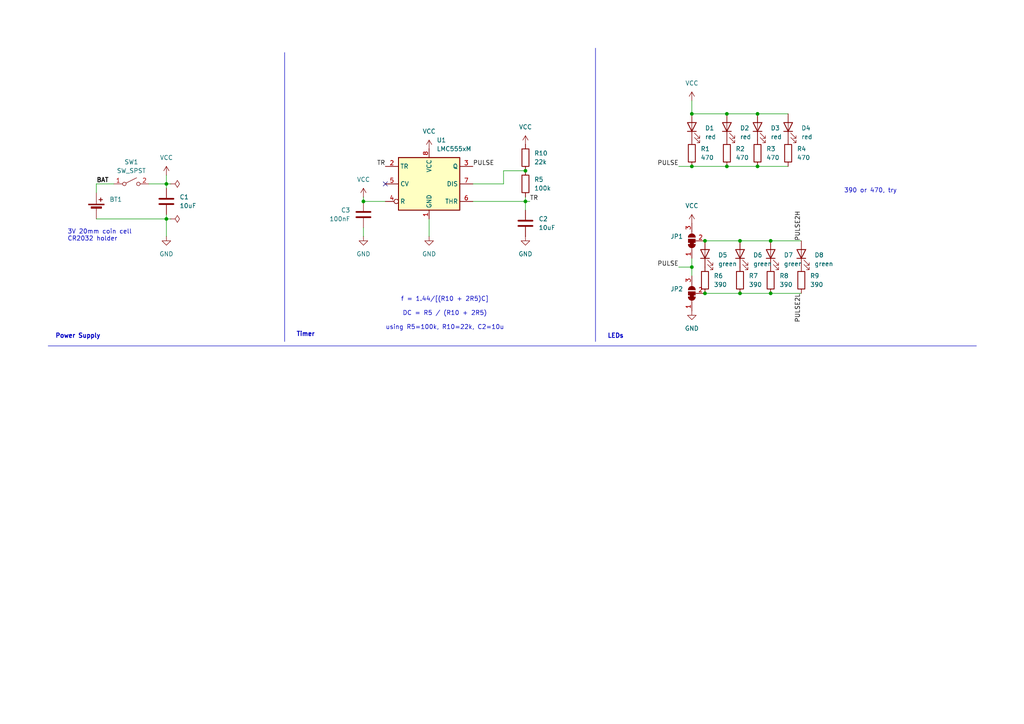
<source format=kicad_sch>
(kicad_sch (version 20231120) (generator "eeschema") (generator_version "8.0")
  (paper "A4")
  (title_block (title "230 Badge Solder Practice Board") (date "2025-10-17") (rev "2.0") (company "NJIT ECET 230") (comment 1 "Open Source Hardware CC BY-NC-SA 4.0"))
  (lib_symbols
    (symbol "Device:Battery_Cell" (pin_numbers hide) (pin_names (offset 0) hide)
      (property "Reference" "BT" (at 2.54 2.54 0))
      (property "Value" "Battery_Cell" (at 2.54 0 0))
      (symbol "Battery_Cell_0_1"
        (rectangle (start -2.286 1.778) (end 2.286 1.524) (fill (type outline)))
        (rectangle (start -1.524 1.016) (end 1.524 0.508) (fill (type outline)))
        (polyline (pts (xy 0 0.762) (xy 0 0)))
        (polyline (pts (xy 0 1.778) (xy 0 2.54)))
        (polyline (pts (xy 0.762 3.048) (xy 1.778 3.048)) (stroke (width 0.254)))
        (polyline (pts (xy 1.27 3.556) (xy 1.27 2.54)) (stroke (width 0.254)))
      )
      (symbol "Battery_Cell_1_1"
        (pin passive line (at 0 5.08 270) (length 2.54) (name "+") (number "1"))
        (pin passive line (at 0 -2.54 90) (length 2.54) (name "-") (number "2"))
      )
    )
    (symbol "Device:C" (pin_numbers hide) (pin_names (offset 0.254))
      (property "Reference" "C" (at 0.635 2.54 0))
      (property "Value" "C" (at 0.635 -2.54 0))
      (symbol "C_0_1"
        (polyline (pts (xy -2.032 -0.762) (xy 2.032 -0.762)) (stroke (width 0.508)))
        (polyline (pts (xy -2.032 0.762) (xy 2.032 0.762)) (stroke (width 0.508)))
      )
      (symbol "C_1_1"
        (pin passive line (at 0 3.81 270) (length 2.794) (name "~") (number "1"))
        (pin passive line (at 0 -3.81 90) (length 2.794) (name "~") (number "2"))
      )
    )
    (symbol "Device:LED" (pin_numbers hide) (pin_names (offset 1.016) hide)
      (property "Reference" "D" (at 0 2.54 0))
      (property "Value" "LED" (at 0 -2.54 0))
      (symbol "LED_0_1"
        (polyline (pts (xy -1.27 -1.27) (xy -1.27 1.27)) (stroke (width 0.254)))
        (polyline (pts (xy -1.27 0) (xy 1.27 0)))
        (polyline (pts (xy 1.27 -1.27) (xy 1.27 1.27) (xy -1.27 0) (xy 1.27 -1.27)) (stroke (width 0.254)))
        (polyline (pts (xy -3.048 -0.762) (xy -4.572 -2.286) (xy -3.81 -2.286) (xy -4.572 -2.286) (xy -4.572 -1.524)))
        (polyline (pts (xy -1.778 -0.762) (xy -3.302 -2.286) (xy -2.54 -2.286) (xy -3.302 -2.286) (xy -3.302 -1.524)))
      )
      (symbol "LED_1_1"
        (pin passive line (at -3.81 0 0) (length 2.54) (name "K") (number "1"))
        (pin passive line (at 3.81 0 180) (length 2.54) (name "A") (number "2"))
      )
    )
    (symbol "Device:R" (pin_numbers hide) (pin_names (offset 0))
      (property "Reference" "R" (at 2.032 0 90))
      (property "Value" "R" (at 0 0 90))
      (symbol "R_0_1"
        (rectangle (start -1.016 -2.54) (end 1.016 2.54) (stroke (width 0.254)))
      )
      (symbol "R_1_1"
        (pin passive line (at 0 3.81 270) (length 1.27) (name "~") (number "1"))
        (pin passive line (at 0 -3.81 90) (length 1.27) (name "~") (number "2"))
      )
    )
    (symbol "Jumper:SolderJumper_3_Bridged12" (pin_names (offset 0) hide) (exclude_from_sim yes) (in_bom no)
      (property "Reference" "JP" (at -2.54 -2.54 0))
      (property "Value" "SolderJumper_3_Bridged12" (at 0 2.794 0))
      (symbol "SolderJumper_3_Bridged12_0_1"
        (rectangle (start -1.016 0.508) (end -0.508 -0.508) (fill (type outline)))
        (arc (start -1.016 1.016) (mid -2.0276 0) (end -1.016 -1.016))
        (arc (start -1.016 1.016) (mid -2.0276 0) (end -1.016 -1.016) (fill (type outline)))
        (rectangle (start -0.508 1.016) (end 0.508 -1.016) (fill (type outline)))
        (polyline (pts (xy -2.54 0) (xy -2.032 0)))
        (polyline (pts (xy -1.016 1.016) (xy -1.016 -1.016)))
        (polyline (pts (xy 0 -1.27) (xy 0 -1.016)))
        (polyline (pts (xy 1.016 1.016) (xy 1.016 -1.016)))
        (polyline (pts (xy 2.54 0) (xy 2.032 0)))
        (arc (start 1.016 -1.016) (mid 2.0276 0) (end 1.016 1.016))
        (arc (start 1.016 -1.016) (mid 2.0276 0) (end 1.016 1.016) (fill (type outline)))
      )
      (symbol "SolderJumper_3_Bridged12_1_1"
        (pin passive line (at -5.08 0 0) (length 2.54) (name "A") (number "1"))
        (pin passive line (at 0 -3.81 90) (length 2.54) (name "C") (number "2"))
        (pin passive line (at 5.08 0 180) (length 2.54) (name "B") (number "3"))
      )
    )
    (symbol "Switch:SW_SPST" (pin_names (offset 0) hide)
      (property "Reference" "SW" (at 0 3.175 0))
      (property "Value" "SW_SPST" (at 0 -2.54 0))
      (symbol "SW_SPST_0_0"
        (circle (center -2.032 0) (radius 0.508))
        (polyline (pts (xy -1.524 0.254) (xy 1.524 1.778)))
        (circle (center 2.032 0) (radius 0.508))
      )
      (symbol "SW_SPST_1_1"
        (pin passive line (at -5.08 0 0) (length 2.54) (name "A") (number "1"))
        (pin passive line (at 5.08 0 180) (length 2.54) (name "B") (number "2"))
      )
    )
    (symbol "Timer:LMC555xM"
      (property "Reference" "U" (at -10.16 8.89 0))
      (property "Value" "LMC555xM" (at 2.54 8.89 0))
      (symbol "LMC555xM_0_0"
        (pin power_in line (at 0 -10.16 90) (length 2.54) (name "GND") (number "1"))
        (pin power_in line (at 0 10.16 270) (length 2.54) (name "VCC") (number "8"))
      )
      (symbol "LMC555xM_0_1"
        (rectangle (start -8.89 -7.62) (end 8.89 7.62) (stroke (width 0.254)) (fill (type background)))
        (rectangle (start -8.89 -7.62) (end 8.89 7.62) (stroke (width 0.254)) (fill (type background)))
      )
      (symbol "LMC555xM_1_1"
        (pin input line (at -12.7 5.08 0) (length 3.81) (name "TR") (number "2"))
        (pin output line (at 12.7 5.08 180) (length 3.81) (name "Q") (number "3"))
        (pin input inverted (at -12.7 -5.08 0) (length 3.81) (name "R") (number "4"))
        (pin input line (at -12.7 0 0) (length 3.81) (name "CV") (number "5"))
        (pin input line (at 12.7 -5.08 180) (length 3.81) (name "THR") (number "6"))
        (pin input line (at 12.7 0 180) (length 3.81) (name "DIS") (number "7"))
      )
    )
    (symbol "power:GND" (power) (pin_numbers hide) (pin_names (offset 0) hide)
      (property "Value" "GND" (at 0 -3.81 0))
      (symbol "GND_0_1"
        (polyline (pts (xy 0 0) (xy 0 -1.27) (xy 1.27 -1.27) (xy 0 -2.54) (xy -1.27 -1.27) (xy 0 -1.27)))
      )
      (symbol "GND_1_1"
        (pin power_in line (at 0 0 270) (length 0) (name "~") (number "1"))
      )
    )
    (symbol "power:PWR_FLAG" (power) (pin_numbers hide) (pin_names (offset 0) hide)
      (property "Value" "PWR_FLAG" (at 0 3.81 0))
      (symbol "PWR_FLAG_0_0"
        (pin power_out line (at 0 0 90) (length 0) (name "~") (number "1"))
      )
      (symbol "PWR_FLAG_0_1"
        (polyline (pts (xy 0 0) (xy 0 1.27) (xy -1.016 1.905) (xy 0 2.54) (xy 1.016 1.905) (xy 0 1.27)))
      )
    )
    (symbol "power:VCC" (power) (pin_numbers hide) (pin_names (offset 0) hide)
      (property "Value" "VCC" (at 0 3.556 0))
      (symbol "VCC_0_1"
        (polyline (pts (xy -0.762 1.27) (xy 0 2.54)))
        (polyline (pts (xy 0 0) (xy 0 2.54)))
        (polyline (pts (xy 0 2.54) (xy 0.762 1.27)))
      )
      (symbol "VCC_1_1"
        (pin power_in line (at 0 0 90) (length 0) (name "~") (number "1"))
      )
    )
  )
  (junction (at 105.41 58.42))
  (junction (at 219.71 48.26))
  (junction (at 214.63 85.09))
  (junction (at 152.4 58.42))
  (junction (at 48.26 53.34))
  (junction (at 200.66 77.47))
  (junction (at 210.82 48.26))
  (junction (at 200.66 48.26))
  (junction (at 204.47 85.09))
  (junction (at 219.71 33.02))
  (junction (at 223.52 69.85))
  (junction (at 48.26 63.5))
  (junction (at 204.47 69.85))
  (junction (at 200.66 33.02))
  (junction (at 214.63 69.85))
  (junction (at 210.82 33.02))
  (junction (at 223.52 85.09))
  (junction (at 152.4 49.53))
  (no_connect (at 111.76 53.34))
  (wire (pts (xy 48.26 50.8) (xy 48.26 53.34)))
  (wire (pts (xy 137.16 53.34) (xy 146.05 53.34)))
  (wire (pts (xy 146.05 49.53) (xy 152.4 49.53)))
  (wire (pts (xy 214.63 69.85) (xy 204.47 69.85)))
  (wire (pts (xy 124.46 68.58) (xy 124.46 63.5)))
  (wire (pts (xy 196.85 48.26) (xy 200.66 48.26)))
  (wire (pts (xy 219.71 33.02) (xy 210.82 33.02)))
  (wire (pts (xy 111.76 58.42) (xy 105.41 58.42)))
  (polyline (pts (xy 82.55 15.24) (xy 82.55 99.06)))
  (wire (pts (xy 152.4 58.42) (xy 152.4 57.15)))
  (wire (pts (xy 200.66 29.21) (xy 200.66 33.02)))
  (wire (pts (xy 223.52 69.85) (xy 214.63 69.85)))
  (wire (pts (xy 137.16 58.42) (xy 152.4 58.42)))
  (wire (pts (xy 210.82 48.26) (xy 219.71 48.26)))
  (wire (pts (xy 204.47 85.09) (xy 214.63 85.09)))
  (wire (pts (xy 48.26 62.23) (xy 48.26 63.5)))
  (wire (pts (xy 223.52 85.09) (xy 232.41 85.09)))
  (wire (pts (xy 48.26 53.34) (xy 48.26 54.61)))
  (wire (pts (xy 200.66 74.93) (xy 200.66 77.47)))
  (wire (pts (xy 152.4 58.42) (xy 152.4 60.96)))
  (polyline (pts (xy 172.72 13.97) (xy 172.72 99.06)))
  (wire (pts (xy 48.26 63.5) (xy 49.53 63.5)))
  (wire (pts (xy 48.26 63.5) (xy 48.26 68.58)))
  (wire (pts (xy 210.82 33.02) (xy 200.66 33.02)))
  (wire (pts (xy 43.18 53.34) (xy 48.26 53.34)))
  (wire (pts (xy 200.66 77.47) (xy 200.66 80.01)))
  (wire (pts (xy 48.26 53.34) (xy 49.53 53.34)))
  (wire (pts (xy 214.63 85.09) (xy 223.52 85.09)))
  (wire (pts (xy 196.85 77.47) (xy 200.66 77.47)))
  (wire (pts (xy 228.6 33.02) (xy 219.71 33.02)))
  (wire (pts (xy 105.41 58.42) (xy 105.41 57.15)))
  (wire (pts (xy 105.41 66.04) (xy 105.41 68.58)))
  (wire (pts (xy 200.66 48.26) (xy 210.82 48.26)))
  (wire (pts (xy 146.05 53.34) (xy 146.05 49.53)))
  (wire (pts (xy 27.94 63.5) (xy 48.26 63.5)))
  (polyline (pts (xy 13.97 100.33) (xy 283.21 100.33)))
  (wire (pts (xy 152.4 58.42) (xy 153.67 58.42)))
  (wire (pts (xy 232.41 69.85) (xy 223.52 69.85)))
  (wire (pts (xy 27.94 53.34) (xy 33.02 53.34)))
  (wire (pts (xy 219.71 48.26) (xy 228.6 48.26)))
  (wire (pts (xy 27.94 55.88) (xy 27.94 53.34)))
  (text "390 or 470, try" (at 252.476 55.372 0) (effects (font (size 1.27 1.27))))
  (text "LEDs" (at 178.562 97.536 0) (effects (font (size 1.27 1.27) (thickness 0.254) (bold yes))))
  (text "Power Supply" (at 22.606 97.536 0) (effects (font (size 1.27 1.27) (thickness 0.254) (bold yes))))
  (text "Timer" (at 88.646 97.028 0) (effects (font (size 1.27 1.27) (thickness 0.254) (bold yes))))
  (text "f = 1.44/[(R10 + 2R5)C]\n\nDC = R5 / (R10 + 2R5)\n\nusing R5=100k, R10=22k, C2=10u" (at 129.032 90.932 0) (effects (font (size 1.27 1.27))))
  (text "3V 20mm coin cell\nCR2032 holder" (at 19.558 68.326 0) (effects (font (size 1.27 1.27) (thickness 0.1588)) (justify left)))
  (label "TR" (at 153.67 58.42 0))
  (label "PULSE" (at 137.16 48.26 0))
  (label "PULSE2L" (at 232.41 85.09 270) (effects (font (thickness 0.1588))))
  (label "PULSE" (at 196.85 48.26 180))
  (label "PULSE" (at 196.85 77.47 180))
  (label "BAT" (at 27.94 53.34 0) (effects (font (thickness 0.254) (bold yes))))
  (label "TR" (at 111.76 48.26 180))
  (label "PULSE2H" (at 232.41 69.85 90) (effects (font (thickness 0.1588))))
  (symbol (lib_id "Device:R") (at 200.66 44.45 0) (unit 1)
    (property "Reference" "R1" (at 203.2 43.1799 0) (effects (justify left)))
    (property "Value" "470" (at 203.2 45.7199 0) (effects (justify left)))
    (property "Footprint" "Resistor_SMD:R_0805_2012Metric_Pad1.20x1.40mm_HandSolder" (effects (hide yes)))
    (property "Description" "Resistor" (effects (hide yes)))
    (property "MPN" "RES 470 OHM 1/8W 0805" (effects (hide yes)))
  )
  (symbol (lib_id "Timer:LMC555xM") (at 124.46 53.34 0) (unit 1)
    (property "Reference" "U1" (at 126.6541 40.64 0) (effects (justify left)))
    (property "Value" "LMC555xM" (at 126.6541 43.18 0) (effects (justify left)))
    (property "Footprint" "Package_SO:SOIC-8_3.9x4.9mm_P1.27mm" (effects (hide yes)))
    (property "Datasheet" "http://www.ti.com/lit/ds/symlink/lmc555.pdf" (effects (hide yes)))
    (property "Description" "CMOS Timer, 555 compatible, SOIC-8" (effects (hide yes)))
    (property "MFR" "TI" (effects (hide yes)))
    (property "MPN" "LMC555CMX/NOPB" (effects (hide yes)))
  )
  (symbol (lib_id "Jumper:SolderJumper_3_Bridged12") (at 200.66 85.09 90) (unit 1) (exclude_from_sim yes) (in_bom no)
    (property "Reference" "JP2" (at 198.12 83.8199 90) (effects (justify left)))
    (property "Value" "SolderJumper_3_Bridged12" (effects (hide yes)))
    (property "Footprint" "Jumper:SolderJumper-3_P1.3mm_Bridged12_RoundedPad1.0x1.5mm" (effects (hide yes)))
    (property "Description" "3-pole Solder Jumper, pins 1+2 closed/bridged" (effects (hide yes)))
  )
  (symbol (lib_id "power:GND") (at 200.66 90.17 0) (unit 1)
    (property "Reference" "#PWR08" (effects (hide yes)))
    (property "Value" "GND" (at 200.66 95.25 0))
    (property "Description" "Power symbol creates a global label with name \"GND\" , ground" (effects (hide yes)))
  )
  (symbol (lib_id "power:GND") (at 152.4 68.58 0) (unit 1)
    (property "Reference" "#PWR06" (effects (hide yes)))
    (property "Value" "GND" (at 152.4 73.66 0))
    (property "Description" "Power symbol creates a global label with name \"GND\" , ground" (effects (hide yes)))
  )
  (symbol (lib_id "power:VCC") (at 48.26 50.8 0) (unit 1)
    (property "Reference" "#PWR01" (effects (hide yes)))
    (property "Value" "VCC" (at 48.26 45.72 0))
    (property "Description" "Power symbol creates a global label with name \"VCC\"" (effects (hide yes)))
  )
  (symbol (lib_id "Device:R") (at 210.82 44.45 0) (unit 1)
    (property "Reference" "R2" (at 213.36 43.1799 0) (effects (justify left)))
    (property "Value" "470" (at 213.36 45.7199 0) (effects (justify left)))
    (property "Footprint" "Resistor_SMD:R_0805_2012Metric_Pad1.20x1.40mm_HandSolder" (effects (hide yes)))
    (property "Description" "Resistor" (effects (hide yes)))
    (property "MPN" "RES 470 OHM 1/8W 0805" (effects (hide yes)))
  )
  (symbol (lib_id "power:GND") (at 105.41 68.58 0) (unit 1)
    (property "Reference" "#PWR101" (effects (hide yes)))
    (property "Value" "GND" (at 105.41 73.66 0))
    (property "Description" "Power symbol creates a global label with name \"GND\" , ground" (effects (hide yes)))
  )
  (symbol (lib_id "Device:LED") (at 232.41 73.66 90) (unit 1)
    (property "Reference" "D8" (at 236.22 73.9774 90) (effects (justify right)))
    (property "Value" "green" (at 236.22 76.5174 90) (effects (justify right)))
    (property "Footprint" "LED_SMD:LED_0805_2012Metric_Pad1.15x1.40mm_HandSolder" (effects (hide yes)))
    (property "Description" "Light emitting diode" (effects (hide yes)))
    (property "MFR" "QTB" (effects (hide yes)))
    (property "MPN" "QBLP631-AG1" (effects (hide yes)))
  )
  (symbol (lib_id "Device:R") (at 232.41 81.28 0) (unit 1)
    (property "Reference" "R9" (at 234.95 80.0099 0) (effects (justify left)))
    (property "Value" "390" (at 234.95 82.5499 0) (effects (justify left)))
    (property "Footprint" "Resistor_SMD:R_0805_2012Metric_Pad1.20x1.40mm_HandSolder" (effects (hide yes)))
    (property "Description" "Resistor" (effects (hide yes)))
    (property "MPN" "RES 390 OHM 1/8W 0805" (effects (hide yes)))
  )
  (symbol (lib_id "power:VCC") (at 200.66 29.21 0) (unit 1)
    (property "Reference" "#PWR05" (effects (hide yes)))
    (property "Value" "VCC" (at 200.66 24.13 0))
    (property "Description" "Power symbol creates a global label with name \"VCC\"" (effects (hide yes)))
  )
  (symbol (lib_id "Device:R") (at 228.6 44.45 0) (unit 1)
    (property "Reference" "R4" (at 231.14 43.1799 0) (effects (justify left)))
    (property "Value" "470" (at 231.14 45.7199 0) (effects (justify left)))
    (property "Footprint" "Resistor_SMD:R_0805_2012Metric_Pad1.20x1.40mm_HandSolder" (effects (hide yes)))
    (property "Description" "Resistor" (effects (hide yes)))
    (property "MPN" "RES 470 OHM 1/8W 0805" (effects (hide yes)))
  )
  (symbol (lib_id "Device:LED") (at 214.63 73.66 90) (unit 1)
    (property "Reference" "D6" (at 218.44 73.9774 90) (effects (justify right)))
    (property "Value" "green" (at 218.44 76.5174 90) (effects (justify right)))
    (property "Footprint" "LED_SMD:LED_0805_2012Metric_Pad1.15x1.40mm_HandSolder" (effects (hide yes)))
    (property "Description" "Light emitting diode" (effects (hide yes)))
    (property "MFR" "QTB" (effects (hide yes)))
    (property "MPN" "QBLP631-AG1" (effects (hide yes)))
  )
  (symbol (lib_id "power:GND") (at 124.46 68.58 0) (unit 1)
    (property "Reference" "#PWR04" (effects (hide yes)))
    (property "Value" "GND" (at 124.46 73.66 0))
    (property "Description" "Power symbol creates a global label with name \"GND\" , ground" (effects (hide yes)))
  )
  (symbol (lib_id "Jumper:SolderJumper_3_Bridged12") (at 200.66 69.85 90) (unit 1) (exclude_from_sim yes) (in_bom no)
    (property "Reference" "JP1" (at 198.12 68.5799 90) (effects (justify left)))
    (property "Value" "SolderJumper_3_Bridged12" (effects (hide yes)))
    (property "Footprint" "Jumper:SolderJumper-3_P1.3mm_Bridged12_RoundedPad1.0x1.5mm" (effects (hide yes)))
    (property "Description" "3-pole Solder Jumper, pins 1+2 closed/bridged" (effects (hide yes)))
  )
  (symbol (lib_id "power:VCC") (at 200.66 64.77 0) (unit 1)
    (property "Reference" "#PWR09" (effects (hide yes)))
    (property "Value" "VCC" (at 200.66 59.69 0))
    (property "Description" "Power symbol creates a global label with name \"VCC\"" (effects (hide yes)))
  )
  (symbol (lib_id "Device:R") (at 204.47 81.28 0) (unit 1)
    (property "Reference" "R6" (at 207.01 80.0099 0) (effects (justify left)))
    (property "Value" "390" (at 207.01 82.5499 0) (effects (justify left)))
    (property "Footprint" "Resistor_SMD:R_0805_2012Metric_Pad1.20x1.40mm_HandSolder" (effects (hide yes)))
    (property "Description" "Resistor" (effects (hide yes)))
    (property "MPN" "RES 390 OHM 1/8W 0805" (effects (hide yes)))
  )
  (symbol (lib_id "power:PWR_FLAG") (at 49.53 53.34 270) (unit 1)
    (property "Reference" "#FLG01" (effects (hide yes)))
    (property "Value" "PWR_FLAG" (effects (hide yes)))
    (property "Description" "Special symbol for telling ERC where power comes from" (effects (hide yes)))
  )
  (symbol (lib_id "Device:LED") (at 200.66 36.83 90) (unit 1)
    (property "Reference" "D1" (at 204.47 37.1474 90) (effects (justify right)))
    (property "Value" "red" (at 204.47 39.6874 90) (effects (justify right)))
    (property "Footprint" "LED_SMD:LED_0805_2012Metric_Pad1.15x1.40mm_HandSolder" (effects (hide yes)))
    (property "Description" "Light emitting diode" (effects (hide yes)))
    (property "MFR" "QTB" (effects (hide yes)))
    (property "MPN" "QBLP631-R5-2897" (effects (hide yes)))
  )
  (symbol (lib_id "power:VCC") (at 152.4 41.91 0) (unit 1)
    (property "Reference" "#PWR010" (effects (hide yes)))
    (property "Value" "VCC" (at 152.4 36.83 0))
    (property "Description" "Power symbol creates a global label with name \"VCC\"" (effects (hide yes)))
  )
  (symbol (lib_id "Switch:SW_SPST") (at 38.1 53.34 0) (unit 1)
    (property "Reference" "SW1" (at 38.1 46.99 0))
    (property "Value" "SW_SPST" (at 38.1 49.53 0))
    (property "Footprint" "Button_Switch_THT:SW_DIP_SPSTx01_Slide_9.78x4.72mm_W7.62mm_P2.54mm" (effects (hide yes)))
    (property "Description" "Single Pole Single Throw (SPST) switch" (effects (hide yes)))
    (property "MFR" "CUI" (effects (hide yes)))
    (property "MPN" "DS01-254-L-01BE" (effects (hide yes)))
  )
  (symbol (lib_id "Device:C") (at 48.26 58.42 0) (unit 1)
    (property "Reference" "C1" (at 52.07 57.1499 0) (effects (justify left)))
    (property "Value" "10uF" (at 52.07 59.6899 0) (effects (justify left)))
    (property "Footprint" "Capacitor_SMD:C_0805_2012Metric_Pad1.18x1.45mm_HandSolder" (effects (hide yes)))
    (property "Description" "Unpolarized capacitor" (effects (hide yes)))
    (property "MFR" "generic" (effects (hide yes)))
    (property "MPN" "CAP CER 10UF 16V 0805" (effects (hide yes)))
  )
  (symbol (lib_id "power:VCC") (at 124.46 43.18 0) (unit 1)
    (property "Reference" "#PWR03" (effects (hide yes)))
    (property "Value" "VCC" (at 124.46 38.1 0))
    (property "Description" "Power symbol creates a global label with name \"VCC\"" (effects (hide yes)))
  )
  (symbol (lib_id "Device:R") (at 223.52 81.28 0) (unit 1)
    (property "Reference" "R8" (at 226.06 80.0099 0) (effects (justify left)))
    (property "Value" "390" (at 226.06 82.5499 0) (effects (justify left)))
    (property "Footprint" "Resistor_SMD:R_0805_2012Metric_Pad1.20x1.40mm_HandSolder" (effects (hide yes)))
    (property "Description" "Resistor" (effects (hide yes)))
    (property "MPN" "RES 390 OHM 1/8W 0805" (effects (hide yes)))
  )
  (symbol (lib_id "Device:LED") (at 204.47 73.66 90) (unit 1)
    (property "Reference" "D5" (at 208.28 73.9774 90) (effects (justify right)))
    (property "Value" "green" (at 208.28 76.5174 90) (effects (justify right)))
    (property "Footprint" "LED_SMD:LED_0805_2012Metric_Pad1.15x1.40mm_HandSolder" (effects (hide yes)))
    (property "Description" "Light emitting diode" (effects (hide yes)))
    (property "MFR" "QTB" (effects (hide yes)))
    (property "MPN" "QBLP631-AG1" (effects (hide yes)))
  )
  (symbol (lib_id "power:VCC") (at 105.41 57.15 0) (unit 1)
    (property "Reference" "#PWR07" (effects (hide yes)))
    (property "Value" "VCC" (at 105.41 52.07 0))
    (property "Description" "Power symbol creates a global label with name \"VCC\"" (effects (hide yes)))
  )
  (symbol (lib_id "Device:LED") (at 228.6 36.83 90) (unit 1)
    (property "Reference" "D4" (at 232.41 37.1474 90) (effects (justify right)))
    (property "Value" "red" (at 232.41 39.6874 90) (effects (justify right)))
    (property "Footprint" "LED_SMD:LED_0805_2012Metric_Pad1.15x1.40mm_HandSolder" (effects (hide yes)))
    (property "Description" "Light emitting diode" (effects (hide yes)))
    (property "MFR" "QTB" (effects (hide yes)))
    (property "MPN" "QBLP631-R5-2897" (effects (hide yes)))
  )
  (symbol (lib_id "Device:C") (at 105.41 62.23 0) (mirror y) (unit 1)
    (property "Reference" "C3" (at 101.6 60.9599 0) (effects (justify left)))
    (property "Value" "100nF" (at 101.6 63.4999 0) (effects (justify left)))
    (property "Footprint" "Capacitor_SMD:C_0805_2012Metric_Pad1.18x1.45mm_HandSolder" (effects (hide yes)))
    (property "Description" "Unpolarized capacitor" (effects (hide yes)))
    (property "MFR" "generic" (effects (hide yes)))
    (property "MPN" "CAP CER 0.1UF 25V 0805" (effects (hide yes)))
  )
  (symbol (lib_id "power:GND") (at 48.26 68.58 0) (unit 1)
    (property "Reference" "#PWR02" (effects (hide yes)))
    (property "Value" "GND" (at 48.26 73.66 0))
    (property "Description" "Power symbol creates a global label with name \"GND\" , ground" (effects (hide yes)))
  )
  (symbol (lib_id "Device:R") (at 152.4 45.72 0) (unit 1)
    (property "Reference" "R10" (at 154.94 44.4499 0) (effects (justify left)))
    (property "Value" "22k" (at 154.94 46.9899 0) (effects (justify left)))
    (property "Footprint" "Resistor_SMD:R_0805_2012Metric_Pad1.20x1.40mm_HandSolder" (effects (hide yes)))
    (property "Description" "Resistor" (effects (hide yes)))
    (property "MPN" "RES 22K OHM 1/8W 0805" (effects (hide yes)))
  )
  (symbol (lib_id "Device:R") (at 152.4 53.34 0) (unit 1)
    (property "Reference" "R5" (at 154.94 52.0699 0) (effects (justify left)))
    (property "Value" "100k" (at 154.94 54.6099 0) (effects (justify left)))
    (property "Footprint" "Resistor_SMD:R_0805_2012Metric_Pad1.20x1.40mm_HandSolder" (effects (hide yes)))
    (property "Description" "Resistor" (effects (hide yes)))
    (property "MPN" "RES 100K OHM 1/8W 0805" (effects (hide yes)))
  )
  (symbol (lib_id "Device:LED") (at 210.82 36.83 90) (unit 1)
    (property "Reference" "D2" (at 214.63 37.1474 90) (effects (justify right)))
    (property "Value" "red" (at 214.63 39.6874 90) (effects (justify right)))
    (property "Footprint" "LED_SMD:LED_0805_2012Metric_Pad1.15x1.40mm_HandSolder" (effects (hide yes)))
    (property "Description" "Light emitting diode" (effects (hide yes)))
    (property "MFR" "QTB" (effects (hide yes)))
    (property "MPN" "QBLP631-R5-2897" (effects (hide yes)))
  )
  (symbol (lib_id "Device:LED") (at 219.71 36.83 90) (unit 1)
    (property "Reference" "D3" (at 223.52 37.1474 90) (effects (justify right)))
    (property "Value" "red" (at 223.52 39.6874 90) (effects (justify right)))
    (property "Footprint" "LED_SMD:LED_0805_2012Metric_Pad1.15x1.40mm_HandSolder" (effects (hide yes)))
    (property "Description" "Light emitting diode" (effects (hide yes)))
    (property "MFR" "QTB" (effects (hide yes)))
    (property "MPN" "QBLP631-R5-2897" (effects (hide yes)))
  )
  (symbol (lib_id "power:PWR_FLAG") (at 49.53 63.5 270) (unit 1)
    (property "Reference" "#FLG02" (effects (hide yes)))
    (property "Value" "PWR_FLAG" (effects (hide yes)))
    (property "Description" "Special symbol for telling ERC where power comes from" (effects (hide yes)))
  )
  (symbol (lib_id "Device:R") (at 219.71 44.45 0) (unit 1)
    (property "Reference" "R3" (at 222.25 43.1799 0) (effects (justify left)))
    (property "Value" "470" (at 222.25 45.7199 0) (effects (justify left)))
    (property "Footprint" "Resistor_SMD:R_0805_2012Metric_Pad1.20x1.40mm_HandSolder" (effects (hide yes)))
    (property "Description" "Resistor" (effects (hide yes)))
    (property "MPN" "RES 470 OHM 1/8W 0805" (effects (hide yes)))
  )
  (symbol (lib_id "Device:R") (at 214.63 81.28 0) (unit 1)
    (property "Reference" "R7" (at 217.17 80.0099 0) (effects (justify left)))
    (property "Value" "390" (at 217.17 82.5499 0) (effects (justify left)))
    (property "Footprint" "Resistor_SMD:R_0805_2012Metric_Pad1.20x1.40mm_HandSolder" (effects (hide yes)))
    (property "Description" "Resistor" (effects (hide yes)))
    (property "MPN" "RES 390 OHM 1/8W 0805" (effects (hide yes)))
  )
  (symbol (lib_id "Device:C") (at 152.4 64.77 0) (unit 1)
    (property "Reference" "C2" (at 156.21 63.4999 0) (effects (justify left)))
    (property "Value" "10uF" (at 156.21 66.0399 0) (effects (justify left)))
    (property "Footprint" "Capacitor_SMD:C_0805_2012Metric_Pad1.18x1.45mm_HandSolder" (effects (hide yes)))
    (property "Description" "Unpolarized capacitor" (effects (hide yes)))
    (property "MFR" "generic" (effects (hide yes)))
    (property "MPN" "CAP CER 10UF 16V 0805" (effects (hide yes)))
  )
  (symbol (lib_id "Device:Battery_Cell") (at 27.94 60.96 0) (unit 1)
    (property "Reference" "BT1" (at 31.75 57.8484 0) (effects (justify left)))
    (property "Value" "Battery_Cell" (effects (hide yes)))
    (property "Footprint" "Battery:BatteryHolder_Keystone_103_1x20mm" (effects (hide yes)))
    (property "Description" "Single-cell battery" (effects (hide yes)))
    (property "MFR" "Keystone" (effects (hide yes)))
    (property "MPN" "36-103-ND" (effects (hide yes)))
  )
  (symbol (lib_id "Device:LED") (at 223.52 73.66 90) (unit 1)
    (property "Reference" "D7" (at 227.33 73.9774 90) (effects (justify right)))
    (property "Value" "green" (at 227.33 76.5174 90) (effects (justify right)))
    (property "Footprint" "LED_SMD:LED_0805_2012Metric_Pad1.15x1.40mm_HandSolder" (effects (hide yes)))
    (property "Description" "Light emitting diode" (effects (hide yes)))
    (property "MFR" "QTB" (effects (hide yes)))
    (property "MPN" "QBLP631-AG1" (effects (hide yes)))
  )
)
</source>
